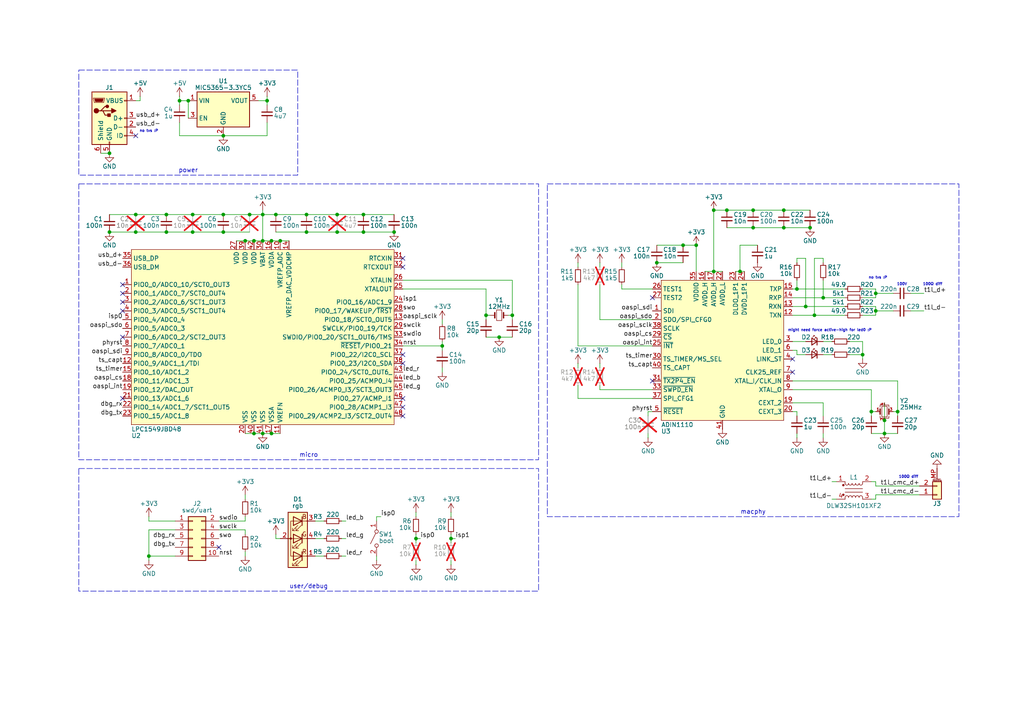
<source format=kicad_sch>
(kicad_sch (version 20231120) (generator "eeschema") (generator_version "8.0")
  (paper "A4")
  (junction (at 48.26 67.31))
  (junction (at 252.73 119.38))
  (junction (at 128.27 100.33))
  (junction (at 250.19 102.87))
  (junction (at 52.07 29.21))
  (junction (at 254 85.09))
  (junction (at 120.65 156.21))
  (junction (at 97.79 67.31))
  (junction (at 78.74 69.85))
  (junction (at 76.2 62.23))
  (junction (at 218.44 66.04))
  (junction (at 207.01 60.96))
  (junction (at 64.77 62.23))
  (junction (at 105.41 67.31))
  (junction (at 214.63 78.74))
  (junction (at 31.75 67.31))
  (junction (at 140.97 91.44))
  (junction (at 201.93 71.12))
  (junction (at 260.35 119.38))
  (junction (at 105.41 62.23))
  (junction (at 88.9 67.31))
  (junction (at 97.79 62.23))
  (junction (at 54.61 29.21))
  (junction (at 233.68 88.9))
  (junction (at 76.2 69.85))
  (junction (at 55.88 62.23))
  (junction (at 236.22 91.44))
  (junction (at 227.33 66.04))
  (junction (at 72.39 62.23))
  (junction (at 256.54 125.73))
  (junction (at 207.01 78.74))
  (junction (at 31.75 44.45))
  (junction (at 64.77 67.31))
  (junction (at 73.66 125.73))
  (junction (at 148.59 91.44))
  (junction (at 144.78 97.79))
  (junction (at 77.47 29.21))
  (junction (at 114.3 67.31))
  (junction (at 78.74 125.73))
  (junction (at 238.76 86.36))
  (junction (at 48.26 62.23))
  (junction (at 39.37 62.23))
  (junction (at 254 90.17))
  (junction (at 71.12 69.85))
  (junction (at 198.12 71.12))
  (junction (at 88.9 62.23))
  (junction (at 210.82 60.96))
  (junction (at 39.37 67.31))
  (junction (at 55.88 67.31))
  (junction (at 76.2 125.73))
  (junction (at 64.77 39.37))
  (junction (at 234.95 66.04))
  (junction (at 81.28 69.85))
  (junction (at 80.01 62.23))
  (junction (at 73.66 69.85))
  (junction (at 218.44 60.96))
  (junction (at 227.33 60.96))
  (junction (at 256.54 121.92))
  (junction (at 231.14 83.82))
  (junction (at 43.18 161.29))
  (junction (at 190.5 76.2))
  (junction (at 130.81 156.21))
  (no_connect (at 189.23 86.36))
  (no_connect (at 116.84 102.87))
  (no_connect (at 39.37 39.37))
  (no_connect (at 35.56 82.55))
  (no_connect (at 189.23 110.49))
  (no_connect (at 116.84 118.11))
  (no_connect (at 229.87 104.14))
  (no_connect (at 63.5 158.75))
  (no_connect (at 229.87 107.95))
  (no_connect (at 35.56 90.17))
  (no_connect (at 116.84 74.93))
  (no_connect (at 35.56 115.57))
  (no_connect (at 116.84 120.65))
  (no_connect (at 35.56 85.09))
  (no_connect (at 116.84 77.47))
  (no_connect (at 116.84 115.57))
  (no_connect (at 35.56 87.63))
  (no_connect (at 35.56 97.79))
  (no_connect (at 116.84 105.41))
  (wire (pts (xy 233.68 74.93) (xy 233.68 88.9)))
  (wire (pts (xy 120.65 156.21) (xy 121.92 156.21)))
  (wire (pts (xy 64.77 39.37) (xy 52.07 39.37)))
  (wire (pts (xy 97.79 62.23) (xy 105.41 62.23)))
  (wire (pts (xy 254 140.97) (xy 254 139.7)))
  (wire (pts (xy 254 83.82) (xy 254 85.09)))
  (wire (pts (xy 173.99 92.71) (xy 189.23 92.71)))
  (wire (pts (xy 241.3 102.87) (xy 238.76 102.87)))
  (wire (pts (xy 229.87 99.06) (xy 233.68 99.06)))
  (wire (pts (xy 254 88.9) (xy 250.19 88.9)))
  (wire (pts (xy 241.3 139.7) (xy 242.57 139.7)))
  (wire (pts (xy 116.84 83.82) (xy 140.97 83.82)))
  (wire (pts (xy 91.44 161.29) (xy 93.98 161.29)))
  (wire (pts (xy 238.76 81.28) (xy 238.76 86.36)))
  (wire (pts (xy 76.2 69.85) (xy 78.74 69.85)))
  (wire (pts (xy 231.14 81.28) (xy 231.14 83.82)))
  (wire (pts (xy 231.14 119.38) (xy 231.14 120.65)))
  (wire (pts (xy 130.81 162.56) (xy 130.81 163.83)))
  (wire (pts (xy 238.76 86.36) (xy 229.87 86.36)))
  (wire (pts (xy 97.79 67.31) (xy 105.41 67.31)))
  (wire (pts (xy 256.54 121.92) (xy 256.54 125.73)))
  (wire (pts (xy 140.97 97.79) (xy 144.78 97.79)))
  (wire (pts (xy 128.27 100.33) (xy 128.27 101.6)))
  (wire (pts (xy 148.59 92.71) (xy 148.59 91.44)))
  (wire (pts (xy 245.11 83.82) (xy 231.14 83.82)))
  (wire (pts (xy 110.49 149.86) (xy 109.22 149.86)))
  (wire (pts (xy 120.65 162.56) (xy 120.65 163.83)))
  (wire (pts (xy 187.96 119.38) (xy 189.23 119.38)))
  (wire (pts (xy 189.23 113.03) (xy 173.99 113.03)))
  (wire (pts (xy 73.66 125.73) (xy 76.2 125.73)))
  (wire (pts (xy 120.65 156.21) (xy 120.65 157.48)))
  (wire (pts (xy 214.63 78.74) (xy 215.9 78.74)))
  (wire (pts (xy 207.01 60.96) (xy 207.01 78.74)))
  (wire (pts (xy 109.22 161.29) (xy 109.22 162.56)))
  (wire (pts (xy 167.64 76.2) (xy 167.64 77.47)))
  (wire (pts (xy 29.21 44.45) (xy 31.75 44.45)))
  (wire (pts (xy 231.14 102.87) (xy 233.68 102.87)))
  (wire (pts (xy 260.35 119.38) (xy 260.35 120.65)))
  (wire (pts (xy 80.01 156.21) (xy 81.28 156.21)))
  (wire (pts (xy 236.22 74.93) (xy 236.22 91.44)))
  (wire (pts (xy 254 140.97) (xy 266.7 140.97)))
  (wire (pts (xy 190.5 76.2) (xy 198.12 76.2)))
  (wire (pts (xy 130.81 156.21) (xy 132.08 156.21)))
  (wire (pts (xy 71.12 143.51) (xy 71.12 144.78)))
  (wire (pts (xy 241.3 144.78) (xy 242.57 144.78)))
  (wire (pts (xy 259.08 85.09) (xy 254 85.09)))
  (wire (pts (xy 43.18 153.67) (xy 50.8 153.67)))
  (wire (pts (xy 76.2 62.23) (xy 76.2 69.85)))
  (wire (pts (xy 105.41 67.31) (xy 114.3 67.31)))
  (wire (pts (xy 52.07 27.94) (xy 52.07 29.21)))
  (wire (pts (xy 140.97 91.44) (xy 142.24 91.44)))
  (wire (pts (xy 74.93 29.21) (xy 77.47 29.21)))
  (wire (pts (xy 77.47 27.94) (xy 77.47 29.21)))
  (wire (pts (xy 259.08 90.17) (xy 254 90.17)))
  (wire (pts (xy 76.2 60.96) (xy 76.2 62.23)))
  (wire (pts (xy 210.82 66.04) (xy 218.44 66.04)))
  (wire (pts (xy 130.81 148.59) (xy 130.81 149.86)))
  (wire (pts (xy 252.73 120.65) (xy 252.73 119.38)))
  (wire (pts (xy 43.18 161.29) (xy 43.18 153.67)))
  (wire (pts (xy 241.3 99.06) (xy 238.76 99.06)))
  (wire (pts (xy 180.34 82.55) (xy 180.34 83.82)))
  (wire (pts (xy 229.87 113.03) (xy 252.73 113.03)))
  (wire (pts (xy 173.99 113.03) (xy 173.99 111.76)))
  (wire (pts (xy 250.19 102.87) (xy 250.19 99.06)))
  (wire (pts (xy 128.27 92.71) (xy 128.27 93.98)))
  (wire (pts (xy 52.07 39.37) (xy 52.07 35.56)))
  (wire (pts (xy 245.11 88.9) (xy 233.68 88.9)))
  (wire (pts (xy 187.96 125.73) (xy 187.96 127)))
  (wire (pts (xy 31.75 67.31) (xy 39.37 67.31)))
  (wire (pts (xy 76.2 62.23) (xy 80.01 62.23)))
  (wire (pts (xy 190.5 71.12) (xy 198.12 71.12)))
  (wire (pts (xy 71.12 69.85) (xy 73.66 69.85)))
  (wire (pts (xy 231.14 101.6) (xy 231.14 102.87)))
  (wire (pts (xy 73.66 69.85) (xy 76.2 69.85)))
  (wire (pts (xy 229.87 116.84) (xy 238.76 116.84)))
  (wire (pts (xy 229.87 110.49) (xy 260.35 110.49)))
  (wire (pts (xy 99.06 156.21) (xy 100.33 156.21)))
  (wire (pts (xy 72.39 62.23) (xy 76.2 62.23)))
  (wire (pts (xy 128.27 99.06) (xy 128.27 100.33)))
  (wire (pts (xy 48.26 62.23) (xy 55.88 62.23)))
  (wire (pts (xy 238.76 74.93) (xy 236.22 74.93)))
  (wire (pts (xy 167.64 115.57) (xy 189.23 115.57)))
  (wire (pts (xy 264.16 90.17) (xy 267.97 90.17)))
  (wire (pts (xy 207.01 78.74) (xy 209.55 78.74)))
  (wire (pts (xy 77.47 29.21) (xy 77.47 30.48)))
  (wire (pts (xy 229.87 119.38) (xy 231.14 119.38)))
  (wire (pts (xy 64.77 67.31) (xy 72.39 67.31)))
  (wire (pts (xy 148.59 91.44) (xy 147.32 91.44)))
  (wire (pts (xy 180.34 76.2) (xy 180.34 77.47)))
  (wire (pts (xy 130.81 156.21) (xy 130.81 157.48)))
  (wire (pts (xy 213.36 78.74) (xy 214.63 78.74)))
  (wire (pts (xy 238.76 116.84) (xy 238.76 120.65)))
  (wire (pts (xy 254 85.09) (xy 254 86.36)))
  (wire (pts (xy 43.18 151.13) (xy 43.18 149.86)))
  (wire (pts (xy 63.5 153.67) (xy 71.12 153.67)))
  (wire (pts (xy 254 139.7) (xy 252.73 139.7)))
  (wire (pts (xy 120.65 154.94) (xy 120.65 156.21)))
  (wire (pts (xy 140.97 92.71) (xy 140.97 91.44)))
  (wire (pts (xy 227.33 60.96) (xy 234.95 60.96)))
  (wire (pts (xy 231.14 125.73) (xy 231.14 127)))
  (wire (pts (xy 245.11 91.44) (xy 236.22 91.44)))
  (wire (pts (xy 259.08 119.38) (xy 260.35 119.38)))
  (wire (pts (xy 173.99 82.55) (xy 173.99 92.71)))
  (wire (pts (xy 214.63 71.12) (xy 219.71 71.12)))
  (wire (pts (xy 52.07 29.21) (xy 52.07 30.48)))
  (wire (pts (xy 77.47 39.37) (xy 77.47 35.56)))
  (wire (pts (xy 231.14 74.93) (xy 231.14 76.2)))
  (wire (pts (xy 167.64 111.76) (xy 167.64 115.57)))
  (wire (pts (xy 264.16 85.09) (xy 267.97 85.09)))
  (wire (pts (xy 64.77 62.23) (xy 72.39 62.23)))
  (wire (pts (xy 180.34 83.82) (xy 189.23 83.82)))
  (wire (pts (xy 88.9 62.23) (xy 97.79 62.23)))
  (wire (pts (xy 88.9 67.31) (xy 97.79 67.31)))
  (wire (pts (xy 140.97 83.82) (xy 140.97 91.44)))
  (wire (pts (xy 63.5 151.13) (xy 71.12 151.13)))
  (wire (pts (xy 250.19 104.14) (xy 250.19 102.87)))
  (wire (pts (xy 99.06 161.29) (xy 100.33 161.29)))
  (wire (pts (xy 260.35 110.49) (xy 260.35 119.38)))
  (wire (pts (xy 250.19 99.06) (xy 246.38 99.06)))
  (wire (pts (xy 91.44 156.21) (xy 93.98 156.21)))
  (wire (pts (xy 238.76 125.73) (xy 238.76 127)))
  (wire (pts (xy 68.58 69.85) (xy 71.12 69.85)))
  (wire (pts (xy 252.73 113.03) (xy 252.73 119.38)))
  (wire (pts (xy 254 144.78) (xy 252.73 144.78)))
  (wire (pts (xy 76.2 125.73) (xy 78.74 125.73)))
  (wire (pts (xy 252.73 119.38) (xy 254 119.38)))
  (wire (pts (xy 252.73 125.73) (xy 256.54 125.73)))
  (wire (pts (xy 256.54 125.73) (xy 260.35 125.73)))
  (wire (pts (xy 99.06 151.13) (xy 100.33 151.13)))
  (wire (pts (xy 201.93 71.12) (xy 201.93 78.74)))
  (wire (pts (xy 116.84 81.28) (xy 148.59 81.28)))
  (wire (pts (xy 39.37 62.23) (xy 48.26 62.23)))
  (wire (pts (xy 80.01 154.94) (xy 80.01 156.21)))
  (wire (pts (xy 254 90.17) (xy 254 88.9)))
  (wire (pts (xy 229.87 101.6) (xy 231.14 101.6)))
  (wire (pts (xy 109.22 149.86) (xy 109.22 151.13)))
  (wire (pts (xy 130.81 154.94) (xy 130.81 156.21)))
  (wire (pts (xy 105.41 62.23) (xy 114.3 62.23)))
  (wire (pts (xy 80.01 67.31) (xy 88.9 67.31)))
  (wire (pts (xy 218.44 60.96) (xy 227.33 60.96)))
  (wire (pts (xy 54.61 29.21) (xy 52.07 29.21)))
  (wire (pts (xy 207.01 60.96) (xy 210.82 60.96)))
  (wire (pts (xy 173.99 76.2) (xy 173.99 77.47)))
  (wire (pts (xy 167.64 100.33) (xy 167.64 82.55)))
  (wire (pts (xy 236.22 91.44) (xy 229.87 91.44)))
  (wire (pts (xy 233.68 88.9) (xy 229.87 88.9)))
  (wire (pts (xy 81.28 69.85) (xy 83.82 69.85)))
  (wire (pts (xy 91.44 151.13) (xy 93.98 151.13)))
  (wire (pts (xy 198.12 71.12) (xy 201.93 71.12)))
  (wire (pts (xy 144.78 97.79) (xy 148.59 97.79)))
  (wire (pts (xy 254 143.51) (xy 266.7 143.51)))
  (wire (pts (xy 39.37 67.31) (xy 48.26 67.31)))
  (wire (pts (xy 187.96 120.65) (xy 187.96 119.38)))
  (wire (pts (xy 250.19 83.82) (xy 254 83.82)))
  (wire (pts (xy 189.23 100.33) (xy 167.64 100.33)))
  (wire (pts (xy 231.14 83.82) (xy 229.87 83.82)))
  (wire (pts (xy 167.64 105.41) (xy 167.64 106.68)))
  (wire (pts (xy 78.74 69.85) (xy 81.28 69.85)))
  (wire (pts (xy 48.26 67.31) (xy 55.88 67.31)))
  (wire (pts (xy 245.11 86.36) (xy 238.76 86.36)))
  (wire (pts (xy 40.64 29.21) (xy 40.64 27.94)))
  (wire (pts (xy 71.12 151.13) (xy 71.12 149.86)))
  (wire (pts (xy 120.65 148.59) (xy 120.65 149.86)))
  (wire (pts (xy 227.33 66.04) (xy 234.95 66.04)))
  (wire (pts (xy 218.44 66.04) (xy 227.33 66.04)))
  (wire (pts (xy 254 86.36) (xy 250.19 86.36)))
  (wire (pts (xy 238.76 76.2) (xy 238.76 74.93)))
  (wire (pts (xy 55.88 67.31) (xy 64.77 67.31)))
  (wire (pts (xy 254 91.44) (xy 254 90.17)))
  (wire (pts (xy 43.18 161.29) (xy 50.8 161.29)))
  (wire (pts (xy 128.27 106.68) (xy 128.27 107.95)))
  (wire (pts (xy 78.74 125.73) (xy 81.28 125.73)))
  (wire (pts (xy 71.12 160.02) (xy 71.12 161.29)))
  (wire (pts (xy 214.63 78.74) (xy 214.63 71.12)))
  (wire (pts (xy 173.99 105.41) (xy 173.99 106.68)))
  (wire (pts (xy 254 143.51) (xy 254 144.78)))
  (wire (pts (xy 204.47 78.74) (xy 207.01 78.74)))
  (wire (pts (xy 250.19 91.44) (xy 254 91.44)))
  (wire (pts (xy 64.77 39.37) (xy 77.47 39.37)))
  (wire (pts (xy 71.12 153.67) (xy 71.12 154.94)))
  (wire (pts (xy 256.54 116.84) (xy 256.54 121.92)))
  (wire (pts (xy 80.01 62.23) (xy 88.9 62.23)))
  (wire (pts (xy 231.14 74.93) (xy 233.68 74.93)))
  (wire (pts (xy 71.12 125.73) (xy 73.66 125.73)))
  (wire (pts (xy 43.18 162.56) (xy 43.18 161.29)))
  (wire (pts (xy 31.75 62.23) (xy 39.37 62.23)))
  (wire (pts (xy 50.8 151.13) (xy 43.18 151.13)))
  (wire (pts (xy 54.61 29.21) (xy 54.61 34.29)))
  (wire (pts (xy 250.19 102.87) (xy 246.38 102.87)))
  (wire (pts (xy 210.82 60.96) (xy 218.44 60.96)))
  (wire (pts (xy 148.59 81.28) (xy 148.59 91.44)))
  (wire (pts (xy 116.84 100.33) (xy 128.27 100.33)))
  (wire (pts (xy 39.37 29.21) (xy 40.64 29.21)))
  (wire (pts (xy 55.88 62.23) (xy 64.77 62.23)))
  (rectangle (start 22.86 20.32) (end 86.36 50.8) (stroke (width 0) (type dash)))
  (rectangle (start 22.86 135.89) (end 156.21 171.45) (stroke (width 0) (type dash)))
  (rectangle (start 22.86 53.34) (end 156.21 133.35) (stroke (width 0) (type dash)))
  (rectangle (start 158.75 53.34) (end 278.13 149.86) (stroke (width 0) (type dash)))
  (text "100Ω diff" (at 270.51 82.55 0) (effects (font (size 0.762 0.762))))
  (text "100V" (at 261.62 82.55 0) (effects (font (size 0.762 0.762))))
  (text "no tvs :P" (at 43.18 38.1 0) (effects (font (size 0.762 0.762))))
  (text "micro" (at 89.535 132.08 0) (effects (font (size 1.27 1.27))))
  (text "user/debug" (at 89.535 170.18 0) (effects (font (size 1.27 1.27))))
  (text "100Ω diff" (at 263.525 138.43 0) (effects (font (size 0.762 0.762))))
  (text "might need force active-high for led0 :P" (at 240.665 95.885 0) (effects (font (size 0.762 0.762))))
  (text "macphy" (at 218.44 148.59 0) (effects (font (size 1.27 1.27))))
  (text "power" (at 54.61 49.53 0) (effects (font (size 1.27 1.27))))
  (text "no tvs :P" (at 254.635 80.645 0) (effects (font (size 0.762 0.762))))
  (label "swo" (at 63.5 156.21 0))
  (label "t1l_d+" (at 267.97 85.09 0))
  (label "swclk" (at 116.84 95.25 0))
  (label "isp0" (at 121.92 156.21 0))
  (label "swdio" (at 116.84 97.79 0))
  (label "led_g" (at 100.33 156.21 0))
  (label "swclk" (at 63.5 153.67 0))
  (label "usb_d+" (at 35.56 74.93 180))
  (label "phyrst" (at 35.56 100.33 180))
  (label "dbg_tx" (at 35.56 120.65 180))
  (label "oaspi_sdo" (at 35.56 95.25 180))
  (label "ts_timer" (at 35.56 107.95 180))
  (label "oaspi_cs" (at 35.56 110.49 180))
  (label "led_b" (at 116.84 110.49 0))
  (label "oaspi_cs" (at 189.23 97.79 180))
  (label "nrst" (at 63.5 161.29 0))
  (label "usb_d-" (at 35.56 77.47 180))
  (label "dbg_rx" (at 35.56 118.11 180))
  (label "isp1" (at 132.08 156.21 0))
  (label "t1l_cmc_d-" (at 266.7 143.51 180))
  (label "led_r" (at 100.33 161.29 0))
  (label "t1l_d-" (at 267.97 90.17 0))
  (label "nrst" (at 116.84 100.33 0))
  (label "t1l_cmc_d+" (at 266.7 140.97 180))
  (label "dbg_rx" (at 50.8 156.21 180))
  (label "usb_d+" (at 39.37 34.29 0))
  (label "oaspi_sclk" (at 116.84 92.71 0))
  (label "led_g" (at 116.84 113.03 0))
  (label "led_b" (at 100.33 151.13 0))
  (label "oaspi_int" (at 35.56 113.03 180))
  (label "t1l_d-" (at 241.3 144.78 180))
  (label "swdio" (at 63.5 151.13 0))
  (label "isp0" (at 35.56 92.71 180))
  (label "usb_d-" (at 39.37 36.83 0))
  (label "dbg_tx" (at 50.8 158.75 180))
  (label "ts_timer" (at 189.23 104.14 180))
  (label "t1l_d+" (at 241.3 139.7 180))
  (label "oaspi_sdi" (at 35.56 102.87 180))
  (label "swo" (at 116.84 90.17 0))
  (label "oaspi_sclk" (at 189.23 95.25 180))
  (label "led_r" (at 116.84 107.95 0))
  (label "oaspi_sdo" (at 189.23 92.71 180))
  (label "oaspi_int" (at 189.23 100.33 180))
  (label "isp0" (at 110.49 149.86 0))
  (label "ts_capt" (at 35.56 105.41 180))
  (label "oaspi_sdi" (at 189.23 90.17 180))
  (label "isp1" (at 116.84 87.63 0))
  (label "phyrst" (at 189.23 119.38 180))
  (label "ts_capt" (at 189.23 106.68 180))
  (symbol (lib_id "Device:R_Small") (at 120.65 152.4 0) (mirror y) (unit 1)
    (property "Reference" "R6" (at 119.38 151.13 0) (effects (justify left)))
    (property "Value" "10k" (at 119.38 153.035 0) (effects (justify left)))
    (property "Footprint" "Resistor_SMD:R_0402_1005Metric" (effects (hide yes)))
    (property "Description" "Resistor, small symbol" (effects (hide yes)))
  )
  (symbol (lib_id "power:+5V") (at 40.64 27.94 0) (unit 1)
    (property "Reference" "#PWR03" (effects (hide yes)))
    (property "Value" "+5V" (at 40.64 24.13 0))
    (property "Description" "Power symbol creates a global label with name \"+5V\"" (effects (hide yes)))
  )
  (symbol (lib_id "Device:C_Small") (at 261.62 85.09 270) (unit 1)
    (property "Reference" "C28" (at 262.89 83.82 90) (effects (justify left)))
    (property "Value" "220n" (at 255.27 83.82 90) (effects (justify left)))
    (property "Footprint" "Capacitor_SMD:C_0603_1608Metric" (effects (hide yes)))
    (property "Description" "Unpolarized capacitor, small symbol" (effects (hide yes)))
  )
  (symbol (lib_id "Device:R_Small") (at 167.64 109.22 0) (mirror y) (unit 1) (dnp yes)
    (property "Reference" "R12" (at 166.37 107.95 0) (effects (justify left)))
    (property "Value" "4k7" (at 166.37 109.855 0) (effects (justify left)))
    (property "Footprint" "Resistor_SMD:R_0402_1005Metric" (effects (hide yes)))
    (property "Description" "Resistor, small symbol" (effects (hide yes)))
  )
  (symbol (lib_id "power:GND") (at 71.12 161.29 0) (unit 1)
    (property "Reference" "#PWR09" (effects (hide yes)))
    (property "Value" "GND" (at 71.12 165.1 0))
    (property "Description" "Power symbol creates a global label with name \"GND\" , ground" (effects (hide yes)))
  )
  (symbol (lib_id "Device:R_Small") (at 180.34 80.01 0) (mirror y) (unit 1)
    (property "Reference" "R15" (at 179.07 78.74 0) (effects (justify left)))
    (property "Value" "1k5" (at 179.07 80.645 0) (effects (justify left)))
    (property "Footprint" "Resistor_SMD:R_0402_1005Metric" (effects (hide yes)))
    (property "Description" "Resistor, small symbol" (effects (hide yes)))
  )
  (symbol (lib_id "Device:C_Small") (at 31.75 64.77 0) (mirror y) (unit 1)
    (property "Reference" "C1" (at 29.845 63.5 0) (effects (justify left)))
    (property "Value" "100n" (at 29.845 65.405 0) (effects (justify left)))
    (property "Footprint" "Capacitor_SMD:C_0402_1005Metric" (effects (hide yes)))
    (property "Description" "Unpolarized capacitor, small symbol" (effects (hide yes)))
  )
  (symbol (lib_id "power:+3V3") (at 43.18 149.86 0) (unit 1)
    (property "Reference" "#PWR04" (effects (hide yes)))
    (property "Value" "+3V3" (at 43.18 146.05 0))
    (property "Description" "Power symbol creates a global label with name \"+3V3\"" (effects (hide yes)))
  )
  (symbol (lib_id "Device:C_Small") (at 105.41 64.77 0) (unit 1)
    (property "Reference" "C12" (at 107.315 63.5 0) (effects (justify left)))
    (property "Value" "100n" (at 107.315 65.405 0) (effects (justify left)))
    (property "Footprint" "Capacitor_SMD:C_0402_1005Metric" (effects (hide yes)))
    (property "Description" "Unpolarized capacitor, small symbol" (effects (hide yes)))
  )
  (symbol (lib_id "Device:C_Small") (at 252.73 123.19 0) (mirror y) (unit 1)
    (property "Reference" "C26" (at 250.825 121.92 0) (effects (justify left)))
    (property "Value" "20p" (at 250.825 123.825 0) (effects (justify left)))
    (property "Footprint" "Capacitor_SMD:C_0402_1005Metric" (effects (hide yes)))
    (property "Description" "Unpolarized capacitor, small symbol" (effects (hide yes)))
  )
  (symbol (lib_id "Device:L_Iron_Coupled_1243") (at 247.65 142.24 0) (unit 1)
    (property "Reference" "L1" (at 247.65 138.43 0))
    (property "Value" "DLW32SH101XF2" (at 247.65 146.685 0))
    (property "Footprint" "extraparts:L_CommonModeChoke_Murata_DLW32SH101" (effects (hide yes)))
    (property "Description" "Coupled inductor with iron core" (effects (hide yes)))
  )
  (symbol (lib_id "power:GND") (at 238.76 127 0) (unit 1)
    (property "Reference" "#PWR035" (effects (hide yes)))
    (property "Value" "GND" (at 238.76 130.81 0))
    (property "Description" "Power symbol creates a global label with name \"GND\" , ground" (effects (hide yes)))
  )
  (symbol (lib_id "Device:R_Small") (at 96.52 151.13 270) (mirror x) (unit 1)
    (property "Reference" "R3" (at 90.805 149.86 90) (effects (justify left)))
    (property "Value" "220" (at 94.615 149.225 90) (effects (justify left)))
    (property "Footprint" "Resistor_SMD:R_0402_1005Metric" (effects (hide yes)))
  )
  (symbol (lib_id "power:GND") (at 109.22 162.56 0) (unit 1)
    (property "Reference" "#PWR014" (effects (hide yes)))
    (property "Value" "GND" (at 109.22 166.37 0))
    (property "Description" "Power symbol creates a global label with name \"GND\" , ground" (effects (hide yes)))
  )
  (symbol (lib_id "Device:R_Small") (at 130.81 160.02 0) (mirror y) (unit 1) (dnp yes)
    (property "Reference" "R10" (at 129.54 158.75 0) (effects (justify left)))
    (property "Value" "10k" (at 129.54 160.655 0) (effects (justify left)))
    (property "Footprint" "Resistor_SMD:R_0402_1005Metric" (effects (hide yes)))
    (property "Description" "Resistor, small symbol" (effects (hide yes)))
  )
  (symbol (lib_id "Connector_Generic:Conn_02x05_Odd_Even") (at 55.88 156.21 0) (unit 1)
    (property "Reference" "J2" (at 57.15 146.05 0))
    (property "Value" "swd/uart" (at 57.15 147.955 0))
    (property "Footprint" "Connector_PinHeader_1.27mm:PinHeader_2x05_P1.27mm_Vertical_SMD" (effects (hide yes)))
    (property "Description" "Generic connector, double row, 02x05, odd/even pin numbering scheme (row 1 odd numbers, row 2 even numbers), script generated (kicad-library-utils/schlib/autogen/connector/)" (effects (hide yes)))
  )
  (symbol (lib_id "Device:R_Small") (at 130.81 152.4 0) (mirror y) (unit 1)
    (property "Reference" "R9" (at 129.54 151.13 0) (effects (justify left)))
    (property "Value" "10k" (at 129.54 153.035 0) (effects (justify left)))
    (property "Footprint" "Resistor_SMD:R_0402_1005Metric" (effects (hide yes)))
    (property "Description" "Resistor, small symbol" (effects (hide yes)))
  )
  (symbol (lib_id "power:+5V") (at 52.07 27.94 0) (unit 1)
    (property "Reference" "#PWR06" (effects (hide yes)))
    (property "Value" "+5V" (at 52.07 24.13 0))
    (property "Description" "Power symbol creates a global label with name \"+5V\"" (effects (hide yes)))
  )
  (symbol (lib_id "power:+3V3") (at 173.99 105.41 0) (unit 1)
    (property "Reference" "#PWR026" (effects (hide yes)))
    (property "Value" "+3V3" (at 173.99 101.6 0))
    (property "Description" "Power symbol creates a global label with name \"+3V3\"" (effects (hide yes)))
  )
  (symbol (lib_id "power:+3V3") (at 207.01 60.96 0) (unit 1)
    (property "Reference" "#PWR030" (effects (hide yes)))
    (property "Value" "+3V3" (at 207.01 57.15 0))
    (property "Description" "Power symbol creates a global label with name \"+3V3\"" (effects (hide yes)))
  )
  (symbol (lib_id "power:GND") (at 250.19 104.14 0) (mirror y) (unit 1)
    (property "Reference" "#PWR036" (effects (hide yes)))
    (property "Value" "GND" (at 250.19 107.95 0))
    (property "Description" "Power symbol creates a global label with name \"GND\" , ground" (effects (hide yes)))
  )
  (symbol (lib_id "Device:C_Small") (at 238.76 123.19 0) (unit 1)
    (property "Reference" "C25" (at 240.665 121.92 0) (effects (justify left)))
    (property "Value" "100n" (at 240.665 123.825 0) (effects (justify left)))
    (property "Footprint" "Capacitor_SMD:C_0402_1005Metric" (effects (hide yes)))
    (property "Description" "Unpolarized capacitor, small symbol" (effects (hide yes)))
  )
  (symbol (lib_id "Device:C_Small") (at 190.5 73.66 0) (mirror y) (unit 1)
    (property "Reference" "C17" (at 188.595 72.39 0) (effects (justify left)))
    (property "Value" "100n" (at 188.595 74.295 0) (effects (justify left)))
    (property "Footprint" "Capacitor_SMD:C_0402_1005Metric" (effects (hide yes)))
    (property "Description" "Unpolarized capacitor, small symbol" (effects (hide yes)))
  )
  (symbol (lib_id "Device:R_Small") (at 96.52 161.29 270) (mirror x) (unit 1)
    (property "Reference" "R5" (at 90.805 160.02 90) (effects (justify left)))
    (property "Value" "220" (at 94.615 159.385 90) (effects (justify left)))
    (property "Footprint" "Resistor_SMD:R_0402_1005Metric" (effects (hide yes)))
  )
  (symbol (lib_id "power:GND") (at 219.71 76.2 0) (unit 1)
    (property "Reference" "#PWR032" (effects (hide yes)))
    (property "Value" "GND" (at 219.71 80.01 0))
    (property "Description" "Power symbol creates a global label with name \"GND\" , ground" (effects (hide yes)))
  )
  (symbol (lib_id "Device:R_Small") (at 247.65 83.82 270) (mirror x) (unit 1)
    (property "Reference" "R20" (at 251.46 82.55 90))
    (property "Value" "49.9" (at 243.205 82.55 90))
    (property "Footprint" "Resistor_SMD:R_0402_1005Metric" (effects (hide yes)))
    (property "Description" "Resistor, small symbol" (effects (hide yes)))
  )
  (symbol (lib_id "Device:C_Small") (at 97.79 64.77 0) (unit 1) (dnp yes)
    (property "Reference" "C11" (at 99.695 63.5 0) (effects (justify left)))
    (property "Value" "4u7" (at 99.695 65.405 0) (effects (justify left)))
    (property "Footprint" "Capacitor_SMD:C_0402_1005Metric" (effects (hide yes)))
    (property "Description" "Unpolarized capacitor, small symbol" (effects (hide yes)))
  )
  (symbol (lib_id "Device:R_Small") (at 71.12 147.32 0) (unit 1)
    (property "Reference" "R1" (at 72.39 146.05 0) (effects (justify left)))
    (property "Value" "10k" (at 72.39 147.955 0) (effects (justify left)))
    (property "Footprint" "Resistor_SMD:R_0402_1005Metric" (effects (hide yes)))
    (property "Description" "Resistor, small symbol" (effects (hide yes)))
  )
  (symbol (lib_id "Device:C_Small") (at 231.14 123.19 0) (unit 1)
    (property "Reference" "C23" (at 233.045 121.92 0) (effects (justify left)))
    (property "Value" "1u" (at 233.045 123.825 0) (effects (justify left)))
    (property "Footprint" "Capacitor_SMD:C_0402_1005Metric" (effects (hide yes)))
    (property "Description" "Unpolarized capacitor, small symbol" (effects (hide yes)))
  )
  (symbol (lib_id "Device:C_Small") (at 187.96 123.19 0) (mirror y) (unit 1) (dnp yes)
    (property "Reference" "C30" (at 186.055 121.92 0) (effects (justify left)))
    (property "Value" "100n" (at 186.055 123.825 0) (effects (justify left)))
    (property "Footprint" "Capacitor_SMD:C_0402_1005Metric" (effects (hide yes)))
    (property "Description" "Unpolarized capacitor, small symbol" (effects (hide yes)))
  )
  (symbol (lib_id "Regulator_Linear:MIC5365-3.3YC5") (at 64.77 31.75 0) (unit 1)
    (property "Reference" "U1" (at 64.77 23.495 0))
    (property "Value" "MIC5365-3.3YC5" (at 64.77 25.4 0))
    (property "Footprint" "Package_TO_SOT_SMD:SOT-353_SC-70-5" (effects (hide yes)))
    (property "Datasheet" "http://ww1.microchip.com/downloads/en/DeviceDoc/mic5365.pdf" (effects (hide yes)))
    (property "Description" "150mA Low-dropout Voltage Regulator, Vout 3.3V, Vin up to 5.5V, SC-70-5" (effects (hide yes)))
  )
  (symbol (lib_id "power:+3V3") (at 120.65 148.59 0) (unit 1)
    (property "Reference" "#PWR016" (effects (hide yes)))
    (property "Value" "+3V3" (at 120.65 144.78 0))
    (property "Description" "Power symbol creates a global label with name \"+3V3\"" (effects (hide yes)))
  )
  (symbol (lib_id "Device:C_Small") (at 128.27 104.14 0) (unit 1)
    (property "Reference" "C14" (at 130.175 102.87 0) (effects (justify left)))
    (property "Value" "100n" (at 130.175 104.775 0) (effects (justify left)))
    (property "Footprint" "Capacitor_SMD:C_0402_1005Metric" (effects (hide yes)))
    (property "Description" "Unpolarized capacitor, small symbol" (effects (hide yes)))
  )
  (symbol (lib_id "power:+3V3") (at 128.27 92.71 0) (unit 1)
    (property "Reference" "#PWR018" (effects (hide yes)))
    (property "Value" "+3V3" (at 128.27 88.9 0))
    (property "Description" "Power symbol creates a global label with name \"+3V3\"" (effects (hide yes)))
  )
  (symbol (lib_id "Device:C_Small") (at 88.9 64.77 0) (unit 1)
    (property "Reference" "C10" (at 90.805 63.5 0) (effects (justify left)))
    (property "Value" "100n" (at 90.805 65.405 0) (effects (justify left)))
    (property "Footprint" "Capacitor_SMD:C_0402_1005Metric" (effects (hide yes)))
    (property "Description" "Unpolarized capacitor, small symbol" (effects (hide yes)))
  )
  (symbol (lib_id "power:GND") (at 64.77 39.37 0) (unit 1)
    (property "Reference" "#PWR07" (effects (hide yes)))
    (property "Value" "GND" (at 64.77 43.18 0))
    (property "Description" "Power symbol creates a global label with name \"GND\" , ground" (effects (hide yes)))
  )
  (symbol (lib_id "Device:C_Small") (at 55.88 64.77 0) (mirror y) (unit 1) (dnp yes)
    (property "Reference" "C5" (at 53.975 63.5 0) (effects (justify left)))
    (property "Value" "10n" (at 53.975 65.405 0) (effects (justify left)))
    (property "Footprint" "Capacitor_SMD:C_0402_1005Metric" (effects (hide yes)))
    (property "Description" "Unpolarized capacitor, small symbol" (effects (hide yes)))
  )
  (symbol (lib_id "Device:R_Small") (at 167.64 80.01 0) (mirror y) (unit 1)
    (property "Reference" "R11" (at 166.37 78.74 0) (effects (justify left)))
    (property "Value" "1k5" (at 166.37 80.645 0) (effects (justify left)))
    (property "Footprint" "Resistor_SMD:R_0402_1005Metric" (effects (hide yes)))
    (property "Description" "Resistor, small symbol" (effects (hide yes)))
  )
  (symbol (lib_id "Connector:USB_B_Micro") (at 31.75 34.29 0) (unit 1)
    (property "Reference" "J1" (at 31.75 25.4 0))
    (property "Value" "USB_B_Micro" (effects (hide yes)))
    (property "Footprint" "extraparts:USB_Micro-B_U254-05" (effects (hide yes)))
    (property "Description" "USB Micro Type B connector" (effects (hide yes)))
  )
  (symbol (lib_id "power:GND") (at 144.78 97.79 0) (unit 1)
    (property "Reference" "#PWR022" (effects (hide yes)))
    (property "Value" "GND" (at 144.78 101.6 0))
    (property "Description" "Power symbol creates a global label with name \"GND\" , ground" (effects (hide yes)))
  )
  (symbol (lib_id "power:GND") (at 231.14 127 0) (unit 1)
    (property "Reference" "#PWR033" (effects (hide yes)))
    (property "Value" "GND" (at 231.14 130.81 0))
    (property "Description" "Power symbol creates a global label with name \"GND\" , ground" (effects (hide yes)))
  )
  (symbol (lib_id "Device:C_Small") (at 198.12 73.66 0) (mirror y) (unit 1)
    (property "Reference" "C18" (at 196.215 72.39 0) (effects (justify left)))
    (property "Value" "10n" (at 196.215 74.295 0) (effects (justify left)))
    (property "Footprint" "Capacitor_SMD:C_0402_1005Metric" (effects (hide yes)))
    (property "Description" "Unpolarized capacitor, small symbol" (effects (hide yes)))
  )
  (symbol (lib_id "Device:Crystal_GND24_Small") (at 256.54 119.38 0) (unit 1)
    (property "Reference" "Y2" (at 260.985 116.205 0) (effects (justify left)))
    (property "Value" "25MHz" (at 260.985 118.11 0) (effects (justify left)))
    (property "Footprint" "Crystal:Crystal_SMD_3225-4Pin_3.2x2.5mm" (effects (hide yes)))
    (property "Description" "Four pin crystal, GND on pins 2 and 4, small symbol" (effects (hide yes)))
  )
  (symbol (lib_id "extraparts:ADIN1110") (at 209.55 101.6 0) (unit 1)
    (property "Reference" "U3" (at 191.77 125.095 0) (effects (justify left)))
    (property "Value" "ADIN1110" (at 191.77 123.19 0) (effects (justify left)))
    (property "Footprint" "extraparts:QFN-40-1EP_6x6mm_P0.5mm_EP3.6x3.6mm" (effects (hide yes)))
  )
  (symbol (lib_id "power:GND") (at 256.54 125.73 0) (unit 1)
    (property "Reference" "#PWR037" (effects (hide yes)))
    (property "Value" "GND" (at 256.54 129.54 0))
    (property "Description" "Power symbol creates a global label with name \"GND\" , ground" (effects (hide yes)))
  )
  (symbol (lib_id "power:GND") (at 271.78 135.89 0) (mirror x) (unit 1)
    (property "Reference" "#PWR038" (effects (hide yes)))
    (property "Value" "GND" (at 271.78 132.08 0))
    (property "Description" "Power symbol creates a global label with name \"GND\" , ground" (effects (hide yes)))
  )
  (symbol (lib_id "Device:R_Small") (at 243.84 102.87 270) (unit 1)
    (property "Reference" "R19" (at 241.935 101.6 90) (effects (justify right)))
    (property "Value" "220" (at 249.555 101.6 90) (effects (justify right)))
    (property "Footprint" "Resistor_SMD:R_0402_1005Metric" (effects (hide yes)))
    (property "Description" "Resistor, small symbol" (effects (hide yes)))
  )
  (symbol (lib_id "Device:R_Small") (at 243.84 99.06 270) (unit 1)
    (property "Reference" "R18" (at 241.935 97.79 90) (effects (justify right)))
    (property "Value" "220" (at 249.555 97.79 90) (effects (justify right)))
    (property "Footprint" "Resistor_SMD:R_0402_1005Metric" (effects (hide yes)))
    (property "Description" "Resistor, small symbol" (effects (hide yes)))
  )
  (symbol (lib_id "Device:C_Small") (at 52.07 33.02 0) (mirror y) (unit 1)
    (property "Reference" "C4" (at 50.165 31.75 0) (effects (justify left)))
    (property "Value" "1u" (at 50.165 33.655 0) (effects (justify left)))
    (property "Footprint" "Capacitor_SMD:C_0402_1005Metric" (effects (hide yes)))
    (property "Description" "Unpolarized capacitor, small symbol" (effects (hide yes)))
  )
  (symbol (lib_id "power:GND") (at 31.75 44.45 0) (unit 1)
    (property "Reference" "#PWR01" (effects (hide yes)))
    (property "Value" "GND" (at 31.75 48.26 0))
    (property "Description" "Power symbol creates a global label with name \"GND\" , ground" (effects (hide yes)))
  )
  (symbol (lib_id "power:+3V3") (at 80.01 154.94 0) (unit 1)
    (property "Reference" "#PWR013" (effects (hide yes)))
    (property "Value" "+3V3" (at 80.01 151.13 0))
    (property "Description" "Power symbol creates a global label with name \"+3V3\"" (effects (hide yes)))
  )
  (symbol (lib_id "power:+3V3") (at 173.99 76.2 0) (unit 1)
    (property "Reference" "#PWR025" (effects (hide yes)))
    (property "Value" "+3V3" (at 173.99 72.39 0))
    (property "Description" "Power symbol creates a global label with name \"+3V3\"" (effects (hide yes)))
  )
  (symbol (lib_id "Device:C_Small") (at 77.47 33.02 0) (unit 1)
    (property "Reference" "C8" (at 79.375 31.75 0) (effects (justify left)))
    (property "Value" "4u7" (at 79.375 33.655 0) (effects (justify left)))
    (property "Footprint" "Capacitor_SMD:C_0402_1005Metric" (effects (hide yes)))
    (property "Description" "Unpolarized capacitor, small symbol" (effects (hide yes)))
  )
  (symbol (lib_id "power:GND") (at 43.18 162.56 0) (unit 1)
    (property "Reference" "#PWR05" (effects (hide yes)))
    (property "Value" "GND" (at 43.18 166.37 0))
    (property "Description" "Power symbol creates a global label with name \"GND\" , ground" (effects (hide yes)))
  )
  (symbol (lib_id "power:GND") (at 31.75 67.31 0) (unit 1)
    (property "Reference" "#PWR02" (effects (hide yes)))
    (property "Value" "GND" (at 31.75 71.12 0))
    (property "Description" "Power symbol creates a global label with name \"GND\" , ground" (effects (hide yes)))
  )
  (symbol (lib_id "Device:LED_Small") (at 236.22 102.87 0) (mirror y) (unit 1)
    (property "Reference" "D3" (at 232.41 101.6 0) (effects (justify right)))
    (property "Footprint" "LED_SMD:LED_0402_1005Metric" (effects (hide yes)))
    (property "Description" "Light emitting diode, small symbol" (effects (hide yes)))
  )
  (symbol (lib_id "Device:C_Small") (at 227.33 63.5 0) (unit 1)
    (property "Reference" "C22" (at 229.235 62.23 0) (effects (justify left)))
    (property "Value" "10n" (at 229.235 64.135 0) (effects (justify left)))
    (property "Footprint" "Capacitor_SMD:C_0402_1005Metric" (effects (hide yes)))
    (property "Description" "Unpolarized capacitor, small symbol" (effects (hide yes)))
  )
  (symbol (lib_id "Device:C_Small") (at 234.95 63.5 0) (unit 1)
    (property "Reference" "C24" (at 236.855 62.23 0) (effects (justify left)))
    (property "Value" "100n" (at 236.855 64.135 0) (effects (justify left)))
    (property "Footprint" "Capacitor_SMD:C_0402_1005Metric" (effects (hide yes)))
    (property "Description" "Unpolarized capacitor, small symbol" (effects (hide yes)))
  )
  (symbol (lib_id "power:GND") (at 130.81 163.83 0) (unit 1)
    (property "Reference" "#PWR021" (effects (hide yes)))
    (property "Value" "GND" (at 130.81 167.64 0))
    (property "Description" "Power symbol creates a global label with name \"GND\" , ground" (effects (hide yes)))
  )
  (symbol (lib_id "Device:R_Small") (at 128.27 96.52 0) (unit 1)
    (property "Reference" "R8" (at 129.54 95.25 0) (effects (justify left)))
    (property "Value" "10k" (at 129.54 97.155 0) (effects (justify left)))
    (property "Footprint" "Resistor_SMD:R_0402_1005Metric" (effects (hide yes)))
    (property "Description" "Resistor, small symbol" (effects (hide yes)))
  )
  (symbol (lib_id "Device:LED_Small") (at 236.22 99.06 0) (mirror y) (unit 1)
    (property "Reference" "D2" (at 232.41 97.79 0) (effects (justify right)))
    (property "Footprint" "LED_SMD:LED_0402_1005Metric" (effects (hide yes)))
    (property "Description" "Light emitting diode, small symbol" (effects (hide yes)))
  )
  (symbol (lib_id "power:GND") (at 190.5 76.2 0) (unit 1)
    (property "Reference" "#PWR028" (effects (hide yes)))
    (property "Value" "GND" (at 190.5 80.01 0))
    (property "Description" "Power symbol creates a global label with name \"GND\" , ground" (effects (hide yes)))
  )
  (symbol (lib_id "Device:C_Small") (at 219.71 73.66 0) (unit 1)
    (property "Reference" "C21" (at 221.615 72.39 0) (effects (justify left)))
    (property "Value" "1u" (at 221.615 74.295 0) (effects (justify left)))
    (property "Footprint" "Capacitor_SMD:C_0402_1005Metric" (effects (hide yes)))
    (property "Description" "Unpolarized capacitor, small symbol" (effects (hide yes)))
  )
  (symbol (lib_id "Device:R_Small") (at 96.52 156.21 270) (mirror x) (unit 1)
    (property "Reference" "R4" (at 90.805 154.94 90) (effects (justify left)))
    (property "Value" "220" (at 94.615 154.305 90) (effects (justify left)))
    (property "Footprint" "Resistor_SMD:R_0402_1005Metric" (effects (hide yes)))
  )
  (symbol (lib_id "power:GND") (at 209.55 124.46 0) (unit 1)
    (property "Reference" "#PWR031" (effects (hide yes)))
    (property "Value" "GND" (at 209.55 128.27 0))
    (property "Description" "Power symbol creates a global label with name \"GND\" , ground" (effects (hide yes)))
  )
  (symbol (lib_id "Device:C_Small") (at 260.35 123.19 0) (unit 1)
    (property "Reference" "C27" (at 262.255 121.92 0) (effects (justify left)))
    (property "Value" "20p" (at 262.255 123.825 0) (effects (justify left)))
    (property "Footprint" "Capacitor_SMD:C_0402_1005Metric" (effects (hide yes)))
    (property "Description" "Unpolarized capacitor, small symbol" (effects (hide yes)))
  )
  (symbol (lib_id "Device:C_Small") (at 48.26 64.77 0) (mirror y) (unit 1)
    (property "Reference" "C3" (at 46.355 63.5 0) (effects (justify left)))
    (property "Value" "100n" (at 46.355 65.405 0) (effects (justify left)))
    (property "Footprint" "Capacitor_SMD:C_0402_1005Metric" (effects (hide yes)))
    (property "Description" "Unpolarized capacitor, small symbol" (effects (hide yes)))
  )
  (symbol (lib_id "power:+3V3") (at 180.34 76.2 0) (unit 1)
    (property "Reference" "#PWR027" (effects (hide yes)))
    (property "Value" "+3V3" (at 180.34 72.39 0))
    (property "Description" "Power symbol creates a global label with name \"+3V3\"" (effects (hide yes)))
  )
  (symbol (lib_id "power:+3V3") (at 130.81 148.59 0) (unit 1)
    (property "Reference" "#PWR020" (effects (hide yes)))
    (property "Value" "+3V3" (at 130.81 144.78 0))
    (property "Description" "Power symbol creates a global label with name \"+3V3\"" (effects (hide yes)))
  )
  (symbol (lib_id "power:+3V3") (at 167.64 76.2 0) (unit 1)
    (property "Reference" "#PWR023" (effects (hide yes)))
    (property "Value" "+3V3" (at 167.64 72.39 0))
    (property "Description" "Power symbol creates a global label with name \"+3V3\"" (effects (hide yes)))
  )
  (symbol (lib_id "Device:C_Small") (at 114.3 64.77 0) (unit 1)
    (property "Reference" "C13" (at 116.205 63.5 0) (effects (justify left)))
    (property "Value" "100n" (at 116.205 65.405 0) (effects (justify left)))
    (property "Footprint" "Capacitor_SMD:C_0402_1005Metric" (effects (hide yes)))
    (property "Description" "Unpolarized capacitor, small symbol" (effects (hide yes)))
  )
  (symbol (lib_id "power:+3V3") (at 167.64 105.41 0) (unit 1)
    (property "Reference" "#PWR024" (effects (hide yes)))
    (property "Value" "+3V3" (at 167.64 101.6 0))
    (property "Description" "Power symbol creates a global label with name \"+3V3\"" (effects (hide yes)))
  )
  (symbol (lib_id "Device:LED_RABG") (at 86.36 156.21 180) (unit 1)
    (property "Reference" "D1" (at 86.36 144.78 0))
    (property "Value" "rgb" (at 86.36 146.685 0))
    (property "Footprint" "Resistor_SMD:R_Array_Convex_2x0606" (effects (hide yes)))
  )
  (symbol (lib_id "extraparts:LPC1549JBD48") (at 76.2 97.79 0) (unit 1)
    (property "Reference" "U2" (at 38.1 126.365 0) (effects (justify left)))
    (property "Value" "LPC1549JBD48" (at 38.1 124.46 0) (effects (justify left)))
    (property "Footprint" "Package_QFP:LQFP-48_7x7mm_P0.5mm" (effects (hide yes)))
  )
  (symbol (lib_id "Device:R_Small") (at 238.76 78.74 0) (mirror y) (unit 1)
    (property "Reference" "R17" (at 240.03 77.47 0) (effects (justify right)))
    (property "Value" "10k" (at 240.03 79.375 0) (effects (justify right)))
    (property "Footprint" "Resistor_SMD:R_0402_1005Metric" (effects (hide yes)))
    (property "Description" "Resistor, small symbol" (effects (hide yes)))
  )
  (symbol (lib_id "power:GND") (at 187.96 127 0) (unit 1)
    (property "Reference" "#PWR039" (effects (hide yes)))
    (property "Value" "GND" (at 187.96 130.81 0))
    (property "Description" "Power symbol creates a global label with name \"GND\" , ground" (effects (hide yes)))
  )
  (symbol (lib_id "Connector_Generic_MountingPin:Conn_01x02_MountingPin") (at 271.78 143.51 0) (mirror x) (unit 1)
    (property "Reference" "J3" (at 271.78 146.05 0))
    (property "Value" "Conn_01x02_MountingPin" (effects (hide yes)))
    (property "Footprint" "extraparts:Molex_DuraClik_RH_2pin" (effects (hide yes)))
    (property "Description" "Generic connectable mounting pin connector, single row, 01x02, script generated (kicad-library-utils/schlib/autogen/connector/)" (effects (hide yes)))
  )
  (symbol (lib_id "Device:C_Small") (at 218.44 63.5 0) (unit 1)
    (property "Reference" "C20" (at 220.345 62.23 0) (effects (justify left)))
    (property "Value" "100n" (at 220.345 64.135 0) (effects (justify left)))
    (property "Footprint" "Capacitor_SMD:C_0402_1005Metric" (effects (hide yes)))
    (property "Description" "Unpolarized capacitor, small symbol" (effects (hide yes)))
  )
  (symbol (lib_id "Device:R_Small") (at 120.65 160.02 0) (mirror y) (unit 1) (dnp yes)
    (property "Reference" "R7" (at 119.38 158.75 0) (effects (justify left)))
    (property "Value" "10k" (at 119.38 160.655 0) (effects (justify left)))
    (property "Footprint" "Resistor_SMD:R_0402_1005Metric" (effects (hide yes)))
    (property "Description" "Resistor, small symbol" (effects (hide yes)))
  )
  (symbol (lib_id "Device:R_Small") (at 71.12 157.48 0) (unit 1)
    (property "Reference" "R2" (at 72.39 156.21 0) (effects (justify left)))
    (property "Value" "10k" (at 72.39 158.115 0) (effects (justify left)))
    (property "Footprint" "Resistor_SMD:R_0402_1005Metric" (effects (hide yes)))
    (property "Description" "Resistor, small symbol" (effects (hide yes)))
  )
  (symbol (lib_id "Device:R_Small") (at 173.99 80.01 0) (mirror y) (unit 1) (dnp yes)
    (property "Reference" "R13" (at 172.72 78.74 0) (effects (justify left)))
    (property "Value" "4k7" (at 172.72 80.645 0) (effects (justify left)))
    (property "Footprint" "Resistor_SMD:R_0402_1005Metric" (effects (hide yes)))
    (property "Description" "Resistor, small symbol" (effects (hide yes)))
  )
  (symbol (lib_id "power:+3V3") (at 71.12 143.51 0) (unit 1)
    (property "Reference" "#PWR08" (effects (hide yes)))
    (property "Value" "+3V3" (at 71.12 139.7 0))
    (property "Description" "Power symbol creates a global label with name \"+3V3\"" (effects (hide yes)))
  )
  (symbol (lib_id "Device:R_Small") (at 247.65 91.44 270) (mirror x) (unit 1)
    (property "Reference" "R23" (at 251.46 90.17 90))
    (property "Value" "49.9" (at 243.205 90.17 90))
    (property "Footprint" "Resistor_SMD:R_0402_1005Metric" (effects (hide yes)))
    (property "Description" "Resistor, small symbol" (effects (hide yes)))
  )
  (symbol (lib_id "Device:C_Small") (at 64.77 64.77 0) (mirror y) (unit 1)
    (property "Reference" "C6" (at 62.865 63.5 0) (effects (justify left)))
    (property "Value" "100n" (at 62.865 65.405 0) (effects (justify left)))
    (property "Footprint" "Capacitor_SMD:C_0402_1005Metric" (effects (hide yes)))
    (property "Description" "Unpolarized capacitor, small symbol" (effects (hide yes)))
  )
  (symbol (lib_id "power:GND") (at 234.95 66.04 0) (unit 1)
    (property "Reference" "#PWR034" (effects (hide yes)))
    (property "Value" "GND" (at 234.95 69.85 0))
    (property "Description" "Power symbol creates a global label with name \"GND\" , ground" (effects (hide yes)))
  )
  (symbol (lib_id "Device:C_Small") (at 210.82 63.5 0) (unit 1)
    (property "Reference" "C19" (at 212.725 62.23 0) (effects (justify left)))
    (property "Value" "10n" (at 212.725 64.135 0) (effects (justify left)))
    (property "Footprint" "Capacitor_SMD:C_0402_1005Metric" (effects (hide yes)))
    (property "Description" "Unpolarized capacitor, small symbol" (effects (hide yes)))
  )
  (symbol (lib_id "Device:C_Small") (at 140.97 95.25 0) (mirror y) (unit 1)
    (property "Reference" "C15" (at 139.065 93.98 0) (effects (justify left)))
    (property "Value" "20p" (at 139.065 95.885 0) (effects (justify left)))
    (property "Footprint" "Capacitor_SMD:C_0402_1005Metric" (effects (hide yes)))
    (property "Description" "Unpolarized capacitor, small symbol" (effects (hide yes)))
  )
  (symbol (lib_id "power:+3V3") (at 77.47 27.94 0) (unit 1)
    (property "Reference" "#PWR012" (effects (hide yes)))
    (property "Value" "+3V3" (at 77.47 24.13 0))
    (property "Description" "Power symbol creates a global label with name \"+3V3\"" (effects (hide yes)))
  )
  (symbol (lib_id "Device:R_Small") (at 247.65 88.9 270) (mirror x) (unit 1)
    (property "Reference" "R22" (at 251.46 87.63 90))
    (property "Value" "5k1" (at 243.205 87.63 90))
    (property "Footprint" "Resistor_SMD:R_0402_1005Metric" (effects (hide yes)))
    (property "Description" "Resistor, small symbol" (effects (hide yes)))
  )
  (symbol (lib_id "Device:C_Small") (at 39.37 64.77 0) (mirror y) (unit 1) (dnp yes)
    (property "Reference" "C2" (at 37.465 63.5 0) (effects (justify left)))
    (property "Value" "10n" (at 37.465 65.405 0) (effects (justify left)))
    (property "Footprint" "Capacitor_SMD:C_0402_1005Metric" (effects (hide yes)))
    (property "Description" "Unpolarized capacitor, small symbol" (effects (hide yes)))
  )
  (symbol (lib_id "Device:C_Small") (at 72.39 64.77 0) (mirror y) (unit 1) (dnp yes)
    (property "Reference" "C7" (at 70.485 63.5 0) (effects (justify left)))
    (property "Value" "10n" (at 70.485 65.405 0) (effects (justify left)))
    (property "Footprint" "Capacitor_SMD:C_0402_1005Metric" (effects (hide yes)))
    (property "Description" "Unpolarized capacitor, small symbol" (effects (hide yes)))
  )
  (symbol (lib_id "Device:Crystal_Small") (at 144.78 91.44 0) (unit 1)
    (property "Reference" "Y1" (at 144.78 86.995 0))
    (property "Value" "12MHz" (at 144.78 88.9 0))
    (property "Footprint" "Crystal:Crystal_SMD_TXC_7A-2Pin_5x3.2mm" (effects (hide yes)))
    (property "Description" "Two pin crystal, small symbol" (effects (hide yes)))
  )
  (symbol (lib_id "power:GND") (at 76.2 125.73 0) (unit 1)
    (property "Reference" "#PWR011" (effects (hide yes)))
    (property "Value" "GND" (at 76.2 129.54 0))
    (property "Description" "Power symbol creates a global label with name \"GND\" , ground" (effects (hide yes)))
  )
  (symbol (lib_id "Device:R_Small") (at 173.99 109.22 0) (mirror y) (unit 1) (dnp yes)
    (property "Reference" "R14" (at 172.72 107.95 0) (effects (justify left)))
    (property "Value" "4k7" (at 172.72 109.855 0) (effects (justify left)))
    (property "Footprint" "Resistor_SMD:R_0402_1005Metric" (effects (hide yes)))
    (property "Description" "Resistor, small symbol" (effects (hide yes)))
  )
  (symbol (lib_id "power:GND") (at 120.65 163.83 0) (unit 1)
    (property "Reference" "#PWR017" (effects (hide yes)))
    (property "Value" "GND" (at 120.65 167.64 0))
    (property "Description" "Power symbol creates a global label with name \"GND\" , ground" (effects (hide yes)))
  )
  (symbol (lib_id "power:GND") (at 128.27 107.95 0) (unit 1)
    (property "Reference" "#PWR019" (effects (hide yes)))
    (property "Value" "GND" (at 128.27 111.76 0))
    (property "Description" "Power symbol creates a global label with name \"GND\" , ground" (effects (hide yes)))
  )
  (symbol (lib_id "Switch:SW_SPST") (at 109.22 156.21 90) (mirror x) (unit 1)
    (property "Reference" "SW1" (at 109.855 154.94 90) (effects (justify right)))
    (property "Value" "boot" (at 109.855 156.845 90) (effects (justify right)))
    (property "Footprint" "Button_Switch_SMD:SW_SPST_PTS810" (effects (hide yes)))
    (property "Description" "Single Pole Single Throw (SPST) switch" (effects (hide yes)))
  )
  (symbol (lib_id "Device:C_Small") (at 261.62 90.17 270) (unit 1)
    (property "Reference" "C29" (at 262.89 88.9 90) (effects (justify left)))
    (property "Value" "220n" (at 255.27 88.9 90) (effects (justify left)))
    (property "Footprint" "Capacitor_SMD:C_0603_1608Metric" (effects (hide yes)))
    (property "Description" "Unpolarized capacitor, small symbol" (effects (hide yes)))
  )
  (symbol (lib_id "Device:R_Small") (at 231.14 78.74 0) (unit 1)
    (property "Reference" "R16" (at 229.87 77.47 0) (effects (justify right)))
    (property "Value" "10k" (at 229.87 79.375 0) (effects (justify right)))
    (property "Footprint" "Resistor_SMD:R_0402_1005Metric" (effects (hide yes)))
    (property "Description" "Resistor, small symbol" (effects (hide yes)))
  )
  (symbol (lib_id "power:+3V3") (at 201.93 71.12 0) (unit 1)
    (property "Reference" "#PWR029" (effects (hide yes)))
    (property "Value" "+3V3" (at 201.93 67.31 0))
    (property "Description" "Power symbol creates a global label with name \"+3V3\"" (effects (hide yes)))
  )
  (symbol (lib_id "Device:C_Small") (at 148.59 95.25 0) (unit 1)
    (property "Reference" "C16" (at 150.495 93.98 0) (effects (justify left)))
    (property "Value" "20p" (at 150.495 95.885 0) (effects (justify left)))
    (property "Footprint" "Capacitor_SMD:C_0402_1005Metric" (effects (hide yes)))
    (property "Description" "Unpolarized capacitor, small symbol" (effects (hide yes)))
  )
  (symbol (lib_id "Device:C_Small") (at 80.01 64.77 0) (unit 1)
    (property "Reference" "C9" (at 81.915 63.5 0) (effects (justify left)))
    (property "Value" "100n" (at 81.915 65.405 0) (effects (justify left)))
    (property "Footprint" "Capacitor_SMD:C_0402_1005Metric" (effects (hide yes)))
    (property "Description" "Unpolarized capacitor, small symbol" (effects (hide yes)))
  )
  (symbol (lib_id "power:GND") (at 114.3 67.31 0) (unit 1)
    (property "Reference" "#PWR015" (effects (hide yes)))
    (property "Value" "GND" (at 114.3 71.12 0))
    (property "Description" "Power symbol creates a global label with name \"GND\" , ground" (effects (hide yes)))
  )
  (symbol (lib_id "Device:R_Small") (at 247.65 86.36 270) (mirror x) (unit 1)
    (property "Reference" "R21" (at 251.46 85.09 90))
    (property "Value" "5k1" (at 243.205 85.09 90))
    (property "Footprint" "Resistor_SMD:R_0402_1005Metric" (effects (hide yes)))
    (property "Description" "Resistor, small symbol" (effects (hide yes)))
  )
  (symbol (lib_id "power:+3V3") (at 76.2 60.96 0) (unit 1)
    (property "Reference" "#PWR010" (effects (hide yes)))
    (property "Value" "+3V3" (at 76.2 57.15 0))
    (property "Description" "Power symbol creates a global label with name \"+3V3\"" (effects (hide yes)))
  )
)
</source>
